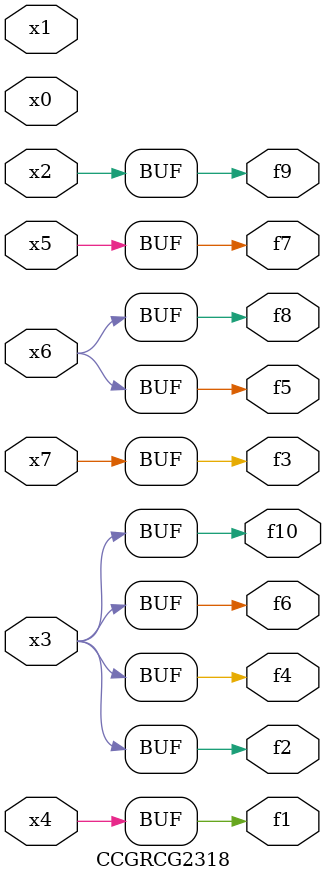
<source format=v>
module CCGRCG2318(
	input x0, x1, x2, x3, x4, x5, x6, x7,
	output f1, f2, f3, f4, f5, f6, f7, f8, f9, f10
);
	assign f1 = x4;
	assign f2 = x3;
	assign f3 = x7;
	assign f4 = x3;
	assign f5 = x6;
	assign f6 = x3;
	assign f7 = x5;
	assign f8 = x6;
	assign f9 = x2;
	assign f10 = x3;
endmodule

</source>
